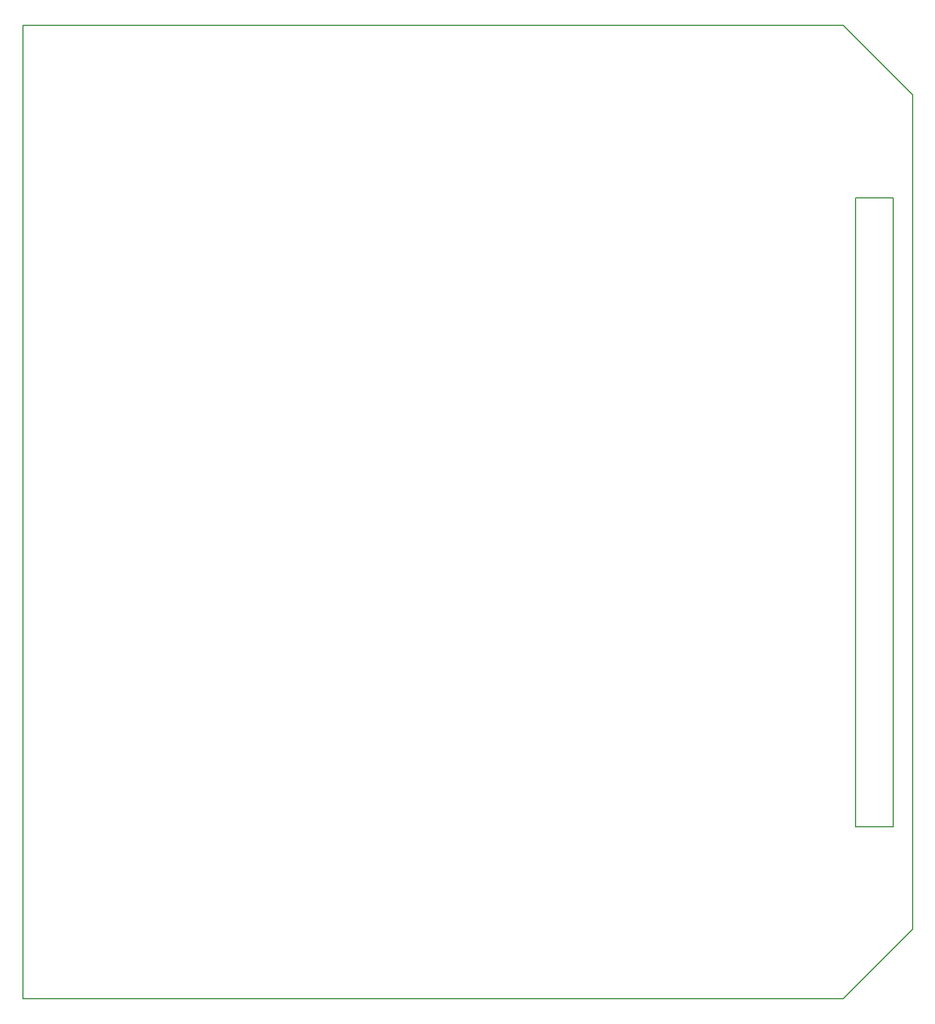
<source format=gbr>
%TF.GenerationSoftware,KiCad,Pcbnew,8.0.3*%
%TF.CreationDate,2025-04-28T21:08:14+02:00*%
%TF.ProjectId,shaper,73686170-6572-42e6-9b69-6361645f7063,1.0*%
%TF.SameCoordinates,Original*%
%TF.FileFunction,Profile,NP*%
%FSLAX46Y46*%
G04 Gerber Fmt 4.6, Leading zero omitted, Abs format (unit mm)*
G04 Created by KiCad (PCBNEW 8.0.3) date 2025-04-28 21:08:14*
%MOMM*%
%LPD*%
G01*
G04 APERTURE LIST*
%TA.AperFunction,Profile*%
%ADD10C,0.200000*%
%TD*%
%TA.AperFunction,Profile*%
%ADD11C,0.150000*%
%TD*%
G04 APERTURE END LIST*
D10*
X25000000Y-165000000D02*
X25000000Y-25000000D01*
X143000000Y-165000000D02*
X25000000Y-165000000D01*
D11*
X153000000Y-35000000D02*
X143000000Y-25000000D01*
D10*
X25000000Y-25000000D02*
X143000000Y-25000000D01*
D11*
X153000000Y-155000000D02*
X153000000Y-35000000D01*
X143000000Y-165000000D02*
X153000000Y-155000000D01*
X144800000Y-49800000D02*
X150200000Y-49800000D01*
X150200000Y-140200000D01*
X144800000Y-140200000D01*
X144800000Y-49800000D01*
M02*

</source>
